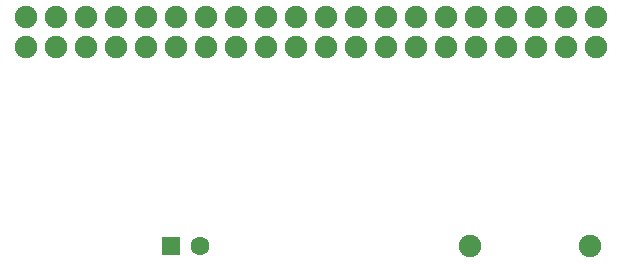
<source format=gbl>
G04 MADE WITH FRITZING*
G04 WWW.FRITZING.ORG*
G04 DOUBLE SIDED*
G04 HOLES PLATED*
G04 CONTOUR ON CENTER OF CONTOUR VECTOR*
%ASAXBY*%
%FSLAX23Y23*%
%MOIN*%
%OFA0B0*%
%SFA1.0B1.0*%
%ADD10C,0.075361*%
%ADD11C,0.062992*%
%ADD12C,0.075000*%
%ADD13R,0.062992X0.062992*%
%LNCOPPER0*%
G90*
G70*
G54D10*
X367Y2052D03*
X467Y2052D03*
X567Y2052D03*
X667Y2052D03*
X767Y2052D03*
X867Y2052D03*
X967Y2052D03*
X1067Y2052D03*
X1167Y2052D03*
X1267Y2052D03*
X1367Y2052D03*
X1467Y2052D03*
X1567Y2052D03*
X1667Y2052D03*
X1767Y2052D03*
X1867Y2052D03*
X1967Y2052D03*
X2067Y2052D03*
X2167Y2052D03*
X2267Y2052D03*
X2267Y2152D03*
X2167Y2152D03*
X2067Y2152D03*
X1967Y2152D03*
X1867Y2152D03*
X1767Y2152D03*
X1667Y2152D03*
X1567Y2152D03*
X1467Y2152D03*
X1367Y2152D03*
X1267Y2152D03*
X1167Y2152D03*
X1067Y2152D03*
X967Y2152D03*
X867Y2152D03*
X767Y2152D03*
X667Y2152D03*
X567Y2152D03*
X467Y2152D03*
X367Y2152D03*
G54D11*
X849Y1387D03*
X948Y1387D03*
G54D12*
X1848Y1387D03*
X2248Y1387D03*
G54D13*
X849Y1387D03*
G04 End of Copper0*
M02*
</source>
